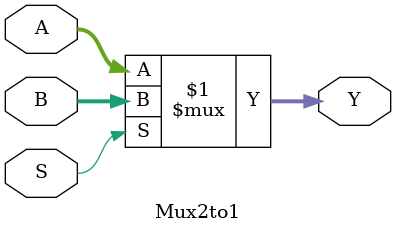
<source format=sv>
module Mux2to1 (
	input logic [1:0] A,
	input logic [1:0] B,
	input logic S,
	output logic [1:0] Y
);
	
	assign Y = S ? B : A;
	
endmodule

</source>
